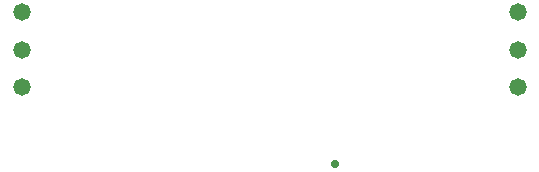
<source format=gts>
G04 Layer_Color=8388736*
%FSLAX25Y25*%
%MOIN*%
G70*
G01*
G75*
%ADD26C,0.05800*%
%ADD27C,0.02800*%
D26*
X3687000Y2992500D02*
D03*
Y3005000D02*
D03*
Y3017500D02*
D03*
X3852500Y2992500D02*
D03*
Y3005000D02*
D03*
Y3017500D02*
D03*
D27*
X3791500Y2967000D02*
D03*
M02*

</source>
